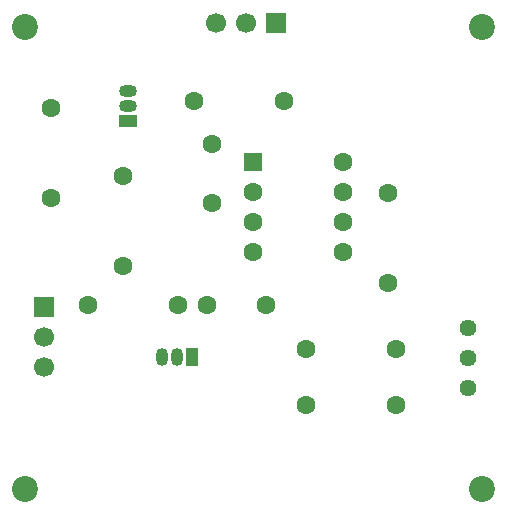
<source format=gbr>
%TF.GenerationSoftware,KiCad,Pcbnew,9.0.3*%
%TF.CreationDate,2025-09-29T14:03:59+08:00*%
%TF.ProjectId,RUSSELS LASER FINAL,52555353-454c-4532-904c-415345522046,rev?*%
%TF.SameCoordinates,Original*%
%TF.FileFunction,Soldermask,Top*%
%TF.FilePolarity,Negative*%
%FSLAX46Y46*%
G04 Gerber Fmt 4.6, Leading zero omitted, Abs format (unit mm)*
G04 Created by KiCad (PCBNEW 9.0.3) date 2025-09-29 14:03:59*
%MOMM*%
%LPD*%
G01*
G04 APERTURE LIST*
G04 Aperture macros list*
%AMRoundRect*
0 Rectangle with rounded corners*
0 $1 Rounding radius*
0 $2 $3 $4 $5 $6 $7 $8 $9 X,Y pos of 4 corners*
0 Add a 4 corners polygon primitive as box body*
4,1,4,$2,$3,$4,$5,$6,$7,$8,$9,$2,$3,0*
0 Add four circle primitives for the rounded corners*
1,1,$1+$1,$2,$3*
1,1,$1+$1,$4,$5*
1,1,$1+$1,$6,$7*
1,1,$1+$1,$8,$9*
0 Add four rect primitives between the rounded corners*
20,1,$1+$1,$2,$3,$4,$5,0*
20,1,$1+$1,$4,$5,$6,$7,0*
20,1,$1+$1,$6,$7,$8,$9,0*
20,1,$1+$1,$8,$9,$2,$3,0*%
G04 Aperture macros list end*
%ADD10R,1.700000X1.700000*%
%ADD11C,1.700000*%
%ADD12C,1.600000*%
%ADD13R,1.050000X1.500000*%
%ADD14O,1.050000X1.500000*%
%ADD15C,1.440000*%
%ADD16C,2.200000*%
%ADD17R,1.500000X1.050000*%
%ADD18O,1.500000X1.050000*%
%ADD19RoundRect,0.250000X-0.550000X-0.550000X0.550000X-0.550000X0.550000X0.550000X-0.550000X0.550000X0*%
G04 APERTURE END LIST*
D10*
%TO.C,MB_CONN1*%
X181600000Y-82320000D03*
D11*
X181600000Y-84860000D03*
X181600000Y-87400000D03*
%TD*%
D12*
%TO.C,R6*%
X194280000Y-64900000D03*
X201900000Y-64900000D03*
%TD*%
D13*
%TO.C,Q1*%
X194100000Y-86540000D03*
D14*
X192830000Y-86540000D03*
X191560000Y-86540000D03*
%TD*%
D15*
%TO.C,RV1*%
X217500000Y-89200000D03*
X217500000Y-86660000D03*
X217500000Y-84120000D03*
%TD*%
D16*
%TO.C,H1*%
X218700000Y-58628427D03*
%TD*%
D12*
%TO.C,R4*%
X185300000Y-82100000D03*
X192920000Y-82100000D03*
%TD*%
%TO.C,C1*%
X200400000Y-82100000D03*
X195400000Y-82100000D03*
%TD*%
D17*
%TO.C,Q2*%
X188700000Y-66540000D03*
D18*
X188700000Y-65270000D03*
X188700000Y-64000000D03*
%TD*%
D12*
%TO.C,R5*%
X188300000Y-78810000D03*
X188300000Y-71190000D03*
%TD*%
%TO.C,R3*%
X210700000Y-80300000D03*
X210700000Y-72680000D03*
%TD*%
D19*
%TO.C,U1*%
X199300000Y-70000000D03*
D12*
X199300000Y-72540000D03*
X199300000Y-75080000D03*
X199300000Y-77620000D03*
X206920000Y-77620000D03*
X206920000Y-75080000D03*
X206920000Y-72540000D03*
X206920000Y-70000000D03*
%TD*%
%TO.C,R1*%
X203790000Y-90600000D03*
X211410000Y-90600000D03*
%TD*%
%TO.C,R2*%
X211400000Y-85900000D03*
X203780000Y-85900000D03*
%TD*%
%TO.C,R7*%
X182200000Y-65490000D03*
X182200000Y-73110000D03*
%TD*%
%TO.C,C2*%
X195800000Y-73500000D03*
X195800000Y-68500000D03*
%TD*%
D16*
%TO.C,H2*%
X218700000Y-97700000D03*
%TD*%
D10*
%TO.C,LSR_CONN*%
X201240000Y-58228427D03*
D11*
X198700000Y-58228427D03*
X196160000Y-58228427D03*
%TD*%
D16*
%TO.C,H3*%
X180000000Y-97700000D03*
%TD*%
%TO.C,H4*%
X180000000Y-58628427D03*
%TD*%
M02*

</source>
